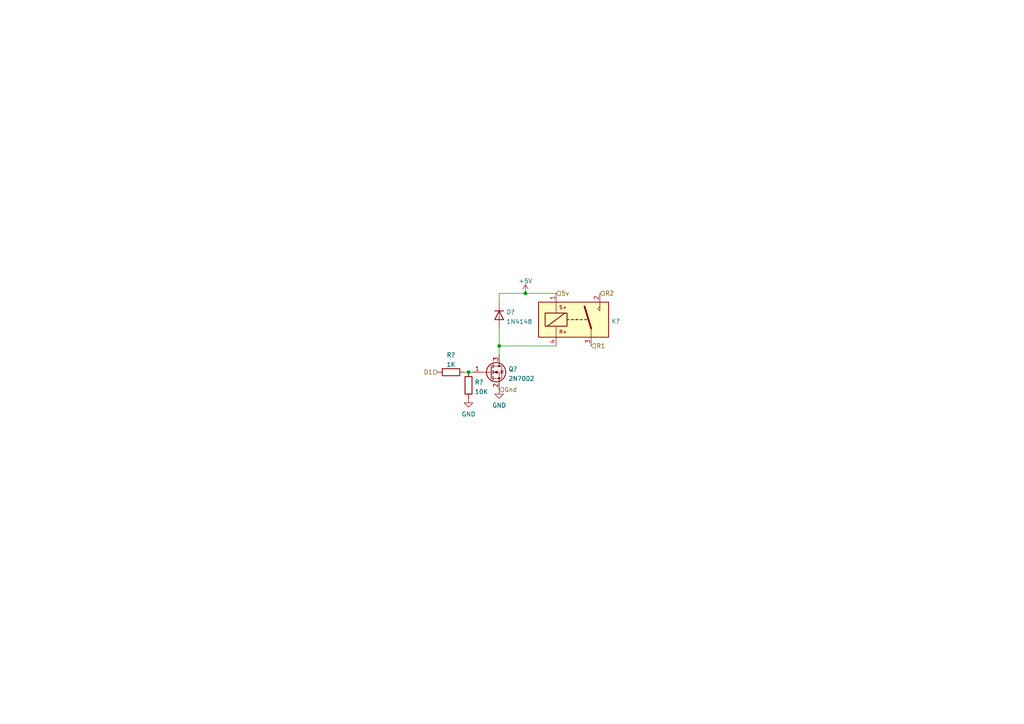
<source format=kicad_sch>
(kicad_sch (version 20211123) (generator eeschema)
  (paper "A4")
  (lib_symbols
    (symbol "Device:R" (pin_numbers hide) (pin_names (offset 0))
      (property "Reference" "R" (at 2.032 0 90))
      (property "Value" "R" (at 0 0 90))
      (symbol "R_0_1"
        (rectangle (start -1.016 -2.54) (end 1.016 2.54) (stroke (width 0.254)))
      )
      (symbol "R_1_1"
        (pin passive line (at 0 3.81 270) (length 1.27) (name "~") (number "1"))
        (pin passive line (at 0 -3.81 90) (length 1.27) (name "~") (number "2"))
      )
    )
    (symbol "Diode:1N4148" (pin_numbers hide) (pin_names (offset 1.016) hide)
      (property "Reference" "D" (at 0 2.54 0))
      (property "Value" "1N4148" (at 0 -2.54 0))
      (symbol "1N4148_0_1"
        (polyline (pts (xy -1.27 1.27) (xy -1.27 -1.27)) (stroke (width 0.254)))
        (polyline (pts (xy 1.27 0) (xy -1.27 0)))
        (polyline (pts (xy 1.27 1.27) (xy 1.27 -1.27) (xy -1.27 0) (xy 1.27 1.27)) (stroke (width 0.254)))
      )
      (symbol "1N4148_1_1"
        (pin passive line (at -3.81 0 0) (length 2.54) (name "K") (number "1"))
        (pin passive line (at 3.81 0 180) (length 2.54) (name "A") (number "2"))
      )
    )
    (symbol "Evan's misc parts:sonoff_relay"
      (property "Reference" "K" (at 11.43 1.27 0))
      (symbol "sonoff_relay_1_1"
        (rectangle (start -10.16 5.08) (end 10.16 -5.08) (stroke (width 0.254)) (fill (type background)))
        (rectangle (start -8.255 1.905) (end -1.905 -1.905) (stroke (width 0.254)))
        (polyline (pts (xy -7.62 -1.905) (xy -2.54 1.905)) (stroke (width 0.254)))
        (polyline (pts (xy -5.08 -5.08) (xy -5.08 -1.905)))
        (polyline (pts (xy -5.08 5.08) (xy -5.08 1.905)))
        (polyline (pts (xy -1.905 0) (xy -1.27 0)) (stroke (width 0.254)))
        (polyline (pts (xy -0.635 0) (xy 0 0)) (stroke (width 0.254)))
        (polyline (pts (xy 0.635 0) (xy 1.27 0)) (stroke (width 0.254)))
        (polyline (pts (xy 0.635 0) (xy 1.27 0)) (stroke (width 0.254)))
        (polyline (pts (xy 1.905 0) (xy 2.54 0)) (stroke (width 0.254)))
        (polyline (pts (xy 3.175 0) (xy 3.81 0)) (stroke (width 0.254)))
        (polyline (pts (xy 5.08 -2.54) (xy 3.175 3.81)) (stroke (width 0.508)))
        (polyline (pts (xy 5.08 -2.54) (xy 5.08 -5.08)))
        (polyline (pts (xy 7.62 3.81) (xy 7.62 5.08)))
        (polyline (pts (xy 7.62 3.81) (xy 7.62 2.54) (xy 6.985 3.175) (xy 7.62 3.81)))
        (text "R+" (at -3.048 -3.556 0) (effects (font (size 1.016 1.016))))
        (text "S+" (at -3.048 3.556 0) (effects (font (size 1.016 1.016))))
        (pin passive line (at -5.08 7.62 270) (length 2.54) (name "~") (number "1"))
        (pin passive line (at 7.62 7.62 270) (length 2.54) (name "~") (number "2"))
        (pin passive line (at 5.08 -7.62 90) (length 2.54) (name "~") (number "3"))
        (pin passive line (at -5.08 -7.62 90) (length 2.54) (name "~") (number "4"))
      )
    )
    (symbol "Transistor_FET:2N7002" (pin_names hide)
      (property "Reference" "Q" (at 5.08 1.905 0))
      (property "Value" "2N7002" (at 5.08 0 0))
      (symbol "2N7002_0_1"
        (polyline (pts (xy 0.254 0) (xy -2.54 0)))
        (polyline (pts (xy 0.254 1.905) (xy 0.254 -1.905)) (stroke (width 0.254)))
        (polyline (pts (xy 0.762 -1.27) (xy 0.762 -2.286)) (stroke (width 0.254)))
        (polyline (pts (xy 0.762 0.508) (xy 0.762 -0.508)) (stroke (width 0.254)))
        (polyline (pts (xy 0.762 2.286) (xy 0.762 1.27)) (stroke (width 0.254)))
        (polyline (pts (xy 2.54 2.54) (xy 2.54 1.778)))
        (polyline (pts (xy 2.54 -2.54) (xy 2.54 0) (xy 0.762 0)))
        (polyline (pts (xy 0.762 -1.778) (xy 3.302 -1.778) (xy 3.302 1.778) (xy 0.762 1.778)))
        (polyline (pts (xy 1.016 0) (xy 2.032 0.381) (xy 2.032 -0.381) (xy 1.016 0)) (fill (type outline)))
        (polyline (pts (xy 2.794 0.508) (xy 2.921 0.381) (xy 3.683 0.381) (xy 3.81 0.254)))
        (polyline (pts (xy 3.302 0.381) (xy 2.921 -0.254) (xy 3.683 -0.254) (xy 3.302 0.381)))
        (circle (center 1.651 0) (radius 2.794) (stroke (width 0.254)))
        (circle (center 2.54 -1.778) (radius 0.254) (fill (type outline)))
        (circle (center 2.54 1.778) (radius 0.254) (fill (type outline)))
      )
      (symbol "2N7002_1_1"
        (pin input line (at -5.08 0 0) (length 2.54) (name "G") (number "1"))
        (pin passive line (at 2.54 -5.08 90) (length 2.54) (name "S") (number "2"))
        (pin passive line (at 2.54 5.08 270) (length 2.54) (name "D") (number "3"))
      )
    )
    (symbol "power:+5V" (power) (pin_names (offset 0))
      (property "Value" "+5V" (at 0 3.556 0))
      (symbol "+5V_0_1"
        (polyline (pts (xy -0.762 1.27) (xy 0 2.54)))
        (polyline (pts (xy 0 0) (xy 0 2.54)))
        (polyline (pts (xy 0 2.54) (xy 0.762 1.27)))
      )
      (symbol "+5V_1_1"
        (pin power_in line (at 0 0 90) (length 0) hide (name "+5V") (number "1"))
      )
    )
    (symbol "power:GND" (power) (pin_names (offset 0))
      (property "Value" "GND" (at 0 -3.81 0))
      (symbol "GND_0_1"
        (polyline (pts (xy 0 0) (xy 0 -1.27) (xy 1.27 -1.27) (xy 0 -2.54) (xy -1.27 -1.27) (xy 0 -1.27)))
      )
      (symbol "GND_1_1"
        (pin power_in line (at 0 0 270) (length 0) hide (name "GND") (number "1"))
      )
    )
  )
  (junction (at 144.78 100.33))
  (junction (at 152.4 85.09))
  (junction (at 135.89 107.95))
  (wire (pts (xy 161.29 100.33) (xy 144.78 100.33)))
  (wire (pts (xy 144.78 85.09) (xy 144.78 87.63)))
  (wire (pts (xy 135.89 107.95) (xy 137.16 107.95)))
  (wire (pts (xy 134.62 107.95) (xy 135.89 107.95)))
  (wire (pts (xy 144.78 100.33) (xy 144.78 102.87)))
  (wire (pts (xy 152.4 85.09) (xy 144.78 85.09)))
  (wire (pts (xy 144.78 95.25) (xy 144.78 100.33)))
  (wire (pts (xy 161.29 85.09) (xy 152.4 85.09)))
  (hierarchical_label "Gnd" (shape input) (at 144.78 113.03 0))
  (hierarchical_label "R2" (shape input) (at 173.99 85.09 0))
  (hierarchical_label "D1" (shape input) (at 127 107.95 180))
  (hierarchical_label "5v" (shape input) (at 161.29 85.09 0))
  (hierarchical_label "R1" (shape input) (at 171.45 100.33 0))
  (symbol (lib_id "Device:R") (at 135.89 111.76 0)
    (property "Reference" "R?" (at 137.668 110.8515 0) (effects (justify left)))
    (property "Value" "10K" (at 137.668 113.6266 0) (effects (justify left)))
    (property "Footprint" "Resistor_SMD:R_0603_1608Metric" (effects hide))
  )
  (symbol (lib_id "Diode:1N4148") (at 144.78 91.44 270)
    (property "Reference" "D?" (at 146.812 90.5315 90) (effects (justify left)))
    (property "Value" "1N4148" (at 146.812 93.3066 90) (effects (justify left)))
    (property "Footprint" "Diode_SMD:D_SOD-123F" (effects hide))
    (property "Datasheet" "https://assets.nexperia.com/documents/data-sheet/1N4148_1N4448.pdf" (effects hide))
  )
  (symbol (lib_id "power:GND") (at 144.78 113.03 0)
    (property "Reference" "#PWR?" (effects hide))
    (property "Value" "GND" (at 144.78 117.5925 0))
  )
  (symbol (lib_id "power:+5V") (at 152.4 85.09 0)
    (property "Reference" "#PWR?" (effects hide))
    (property "Value" "+5V" (at 152.4 81.4855 0))
  )
  (symbol (lib_id "Evan's misc parts:sonoff_relay") (at 166.37 92.71 0)
    (property "Reference" "K?" (at 177.292 93.189 0) (effects (justify left)))
    (property "Value" "sonoff_relay" (effects hide))
    (property "Footprint" "Evan's misc parts:sonoff relay" (effects hide))
    (property "Datasheet" "https://datasheet.lcsc.com/lcsc/1810271712_HF-Xiamen-Hongfa-Electroacoustic-HF32F-G-005-HS_C74541.pdf" (effects hide))
  )
  (symbol (lib_id "Device:R") (at 130.81 107.95 90)
    (property "Reference" "R?" (at 130.81 102.9675 90))
    (property "Value" "1K" (at 130.81 105.7426 90))
    (property "Footprint" "Resistor_SMD:R_0603_1608Metric" (effects hide))
  )
  (symbol (lib_id "power:GND") (at 135.89 115.57 0)
    (property "Reference" "#PWR?" (effects hide))
    (property "Value" "GND" (at 135.89 120.1325 0))
  )
  (symbol (lib_id "Transistor_FET:2N7002") (at 142.24 107.95 0)
    (property "Reference" "Q?" (at 147.447 107.0415 0) (effects (justify left)))
    (property "Value" "2N7002" (at 147.447 109.8166 0) (effects (justify left)))
    (property "Footprint" "Package_TO_SOT_SMD:SOT-23" (effects hide))
    (property "Datasheet" "https://www.onsemi.com/pub/Collateral/NDS7002A-D.PDF" (effects hide))
  )
)
</source>
